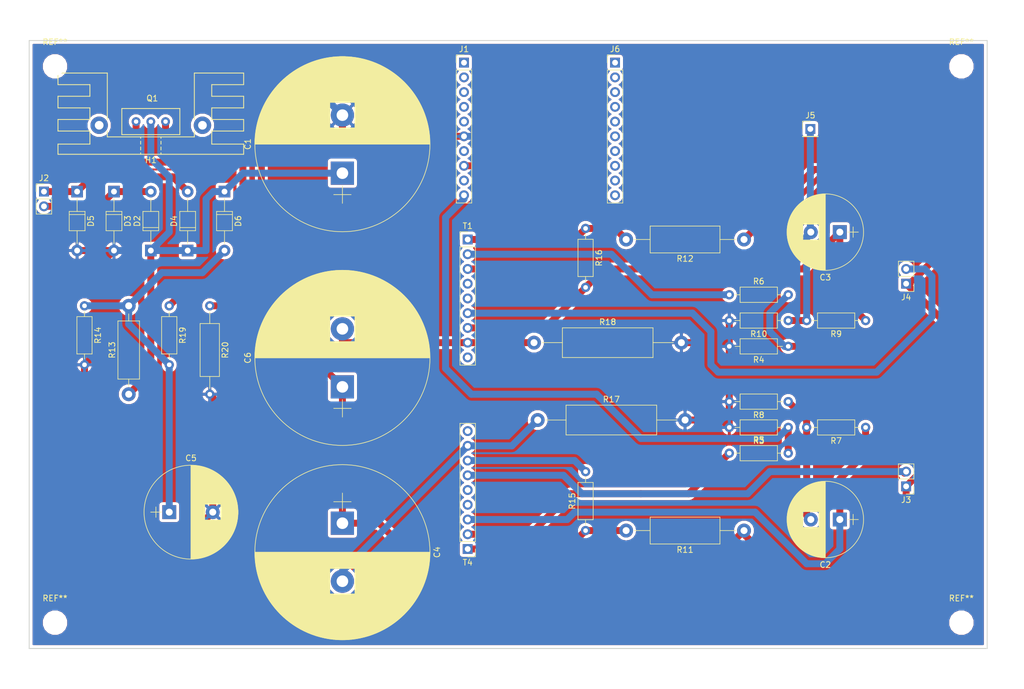
<source format=kicad_pcb>
(kicad_pcb (version 4) (host pcbnew 4.0.7)
  (layers (0 F.Cu signal) (31 B.Cu signal) (34 B.Paste user) (35 F.Paste user) (36 B.SilkS user) (37 F.SilkS user) (38 B.Mask user) (39 F.Mask user) (44 Edge.Cuts user))
  (net 0 "")
  (net 1 "Net-(C1-Pad1)")
  (net 2 GNDA)
  (net 3 "Net-(C2-Pad1)")
  (net 4 "Net-(C2-Pad2)")
  (net 5 "Net-(C3-Pad1)")
  (net 6 "Net-(C3-Pad2)")
  (net 7 VAA)
  (net 8 "Net-(C4-Pad2)")
  (net 9 "Net-(C5-Pad1)")
  (net 10 "Net-(C6-Pad2)")
  (net 11 "Net-(D2-Pad2)")
  (net 12 "Net-(D4-Pad2)")
  (net 13 "Net-(J1-Pad1)")
  (net 14 "Net-(J1-Pad2)")
  (net 15 "Net-(J1-Pad3)")
  (net 16 "Net-(J1-Pad4)")
  (net 17 "Net-(J1-Pad5)")
  (net 18 "Net-(J1-Pad7)")
  (net 19 Rin)
  (net 20 "Net-(J1-Pad9)")
  (net 21 Lin)
  (net 22 "Net-(J3-Pad2)")
  (net 23 "Net-(J4-Pad2)")
  (net 24 "Net-(R5-Pad1)")
  (net 25 "Net-(R6-Pad1)")
  (net 26 "Net-(R11-Pad2)")
  (net 27 "Net-(R12-Pad2)")
  (net 28 "Net-(R15-Pad2)")
  (net 29 "Net-(R16-Pad2)")
  (net 30 "Net-(T1-Pad4)")
  (net 31 "Net-(T1-Pad5)")
  (net 32 "Net-(T1-Pad9)")
  (net 33 "Net-(T4-Pad4)")
  (net 34 "Net-(T4-Pad5)")
  (net 35 "Net-(T4-Pad9)")
  (net 36 "Net-(Q1-Pad1)")
  (module Capacitors_THT:CP_Radial_D30.0mm_P10.00mm_SnapIn (layer F.Cu) (at 122.555 69.215 90)
    (fp_text reference C1 (at 5 -16.31 90) (layer F.SilkS))
    (fp_text value 100uF)
    (pad 1 thru_hole rect (at 0 0 90) (size 4 4) (drill 2) (layers *.Cu *.Mask) (net 1 "Net-(C1-Pad1)"))
    (pad 2 thru_hole circle (at 10 0 90) (size 4 4) (drill 2) (layers *.Cu *.Mask) (net 2 GNDA))
  )
  (module Capacitors_THT:CP_Radial_D13.0mm_P5.00mm (layer F.Cu) (at 208.28 128.905 180)
    (fp_text reference C2 (at 2.5 -7.81 180) (layer F.SilkS))
    (fp_text value 1000uF)
    (pad 1 thru_hole rect (at 0 0 180) (size 2.4 2.4) (drill 1.2) (layers *.Cu *.Mask) (net 3 "Net-(C2-Pad1)"))
    (pad 2 thru_hole circle (at 5 0 180) (size 2.4 2.4) (drill 1.2) (layers *.Cu *.Mask) (net 4 "Net-(C2-Pad2)"))
  )
  (module Capacitors_THT:CP_Radial_D13.0mm_P5.00mm (layer F.Cu) (at 208.28 79.375 180)
    (fp_text reference C3 (at 2.5 -7.81 180) (layer F.SilkS))
    (fp_text value 1000uF)
    (pad 1 thru_hole rect (at 0 0 180) (size 2.4 2.4) (drill 1.2) (layers *.Cu *.Mask) (net 5 "Net-(C3-Pad1)"))
    (pad 2 thru_hole circle (at 5 0 180) (size 2.4 2.4) (drill 1.2) (layers *.Cu *.Mask) (net 6 "Net-(C3-Pad2)"))
  )
  (module Capacitors_THT:CP_Radial_D30.0mm_P10.00mm_SnapIn (layer F.Cu) (at 122.555 129.54 270)
    (fp_text reference C4 (at 5 -16.31 270) (layer F.SilkS))
    (fp_text value 100uF)
    (pad 1 thru_hole rect (at 0 0 270) (size 4 4) (drill 2) (layers *.Cu *.Mask) (net 7 VAA))
    (pad 2 thru_hole circle (at 10 0 270) (size 4 4) (drill 2) (layers *.Cu *.Mask) (net 8 "Net-(C4-Pad2)"))
  )
  (module Capacitors_THT:CP_Radial_D16.0mm_P7.50mm (layer F.Cu) (at 92.71 127.635)
    (fp_text reference C5 (at 3.75 -9.31) (layer F.SilkS))
    (fp_text value 47uF)
    (pad 1 thru_hole rect (at 0 0) (size 2.4 2.4) (drill 1.2) (layers *.Cu *.Mask) (net 9 "Net-(C5-Pad1)"))
    (pad 2 thru_hole circle (at 7.5 0) (size 2.4 2.4) (drill 1.2) (layers *.Cu *.Mask) (net 2 GNDA))
  )
  (module Capacitors_THT:CP_Radial_D30.0mm_P10.00mm_SnapIn (layer F.Cu) (at 122.555 106.045 90)
    (fp_text reference C6 (at 5 -16.31 90) (layer F.SilkS))
    (fp_text value 100uF)
    (pad 1 thru_hole rect (at 0 0 90) (size 4 4) (drill 2) (layers *.Cu *.Mask) (net 7 VAA))
    (pad 2 thru_hole circle (at 10 0 90) (size 4 4) (drill 2) (layers *.Cu *.Mask) (net 10 "Net-(C6-Pad2)"))
  )
  (module Diodes_THT:D_T-1_P10.16mm_Horizontal (layer F.Cu) (at 89.535 82.55 90)
    (fp_text reference D2 (at 5.08 -2.36 90) (layer F.SilkS))
    (fp_text value 1N4007)
    (pad 1 thru_hole rect (at 0 0 90) (size 2 2) (drill 1) (layers *.Cu *.Mask) (net 1 "Net-(C1-Pad1)"))
    (pad 2 thru_hole oval (at 10.16 0 90) (size 2 2) (drill 1) (layers *.Cu *.Mask) (net 11 "Net-(D2-Pad2)"))
  )
  (module Diodes_THT:D_T-1_P10.16mm_Horizontal (layer F.Cu) (at 83.185 72.39 270)
    (fp_text reference D3 (at 5.08 -2.36 270) (layer F.SilkS))
    (fp_text value 1N4007)
    (pad 1 thru_hole rect (at 0 0 270) (size 2 2) (drill 1) (layers *.Cu *.Mask) (net 11 "Net-(D2-Pad2)"))
    (pad 2 thru_hole oval (at 10.16 0 270) (size 2 2) (drill 1) (layers *.Cu *.Mask) (net 2 GNDA))
  )
  (module Diodes_THT:D_T-1_P10.16mm_Horizontal (layer F.Cu) (at 95.885 82.55 90)
    (fp_text reference D4 (at 5.08 -2.36 90) (layer F.SilkS))
    (fp_text value 1N4007)
    (pad 1 thru_hole rect (at 0 0 90) (size 2 2) (drill 1) (layers *.Cu *.Mask) (net 1 "Net-(C1-Pad1)"))
    (pad 2 thru_hole oval (at 10.16 0 90) (size 2 2) (drill 1) (layers *.Cu *.Mask) (net 12 "Net-(D4-Pad2)"))
  )
  (module Diodes_THT:D_T-1_P10.16mm_Horizontal (layer F.Cu) (at 76.835 72.39 270)
    (fp_text reference D5 (at 5.08 -2.36 270) (layer F.SilkS))
    (fp_text value 1N4007)
    (pad 1 thru_hole rect (at 0 0 270) (size 2 2) (drill 1) (layers *.Cu *.Mask) (net 12 "Net-(D4-Pad2)"))
    (pad 2 thru_hole oval (at 10.16 0 270) (size 2 2) (drill 1) (layers *.Cu *.Mask) (net 2 GNDA))
  )
  (module Diodes_THT:D_T-1_P10.16mm_Horizontal (layer F.Cu) (at 102.235 72.39 270)
    (fp_text reference D6 (at 5.08 -2.36 270) (layer F.SilkS))
    (fp_text value 1N4007)
    (pad 1 thru_hole rect (at 0 0 270) (size 2 2) (drill 1) (layers *.Cu *.Mask) (net 1 "Net-(C1-Pad1)"))
    (pad 2 thru_hole oval (at 10.16 0 270) (size 2 2) (drill 1) (layers *.Cu *.Mask) (net 9 "Net-(C5-Pad1)"))
  )
  (module Pin_Headers:Pin_Header_Straight_1x10_Pitch2.54mm (layer F.Cu) (at 143.51 50.165)
    (fp_text reference J1 (at 0 -2.33) (layer F.SilkS))
    (fp_text value Conn_01x10)
    (pad 1 thru_hole rect (at 0 0) (size 1.7 1.7) (drill 1) (layers *.Cu *.Mask) (net 13 "Net-(J1-Pad1)"))
    (pad 2 thru_hole oval (at 0 2.54) (size 1.7 1.7) (drill 1) (layers *.Cu *.Mask) (net 14 "Net-(J1-Pad2)"))
    (pad 3 thru_hole oval (at 0 5.08) (size 1.7 1.7) (drill 1) (layers *.Cu *.Mask) (net 15 "Net-(J1-Pad3)"))
    (pad 4 thru_hole oval (at 0 7.62) (size 1.7 1.7) (drill 1) (layers *.Cu *.Mask) (net 16 "Net-(J1-Pad4)"))
    (pad 5 thru_hole oval (at 0 10.16) (size 1.7 1.7) (drill 1) (layers *.Cu *.Mask) (net 17 "Net-(J1-Pad5)"))
    (pad 6 thru_hole oval (at 0 12.7) (size 1.7 1.7) (drill 1) (layers *.Cu *.Mask) (net 2 GNDA))
    (pad 7 thru_hole oval (at 0 15.24) (size 1.7 1.7) (drill 1) (layers *.Cu *.Mask) (net 18 "Net-(J1-Pad7)"))
    (pad 8 thru_hole oval (at 0 17.78) (size 1.7 1.7) (drill 1) (layers *.Cu *.Mask) (net 19 Rin))
    (pad 9 thru_hole oval (at 0 20.32) (size 1.7 1.7) (drill 1) (layers *.Cu *.Mask) (net 20 "Net-(J1-Pad9)"))
    (pad 10 thru_hole oval (at 0 22.86) (size 1.7 1.7) (drill 1) (layers *.Cu *.Mask) (net 21 Lin))
  )
  (module Pin_Headers:Pin_Header_Straight_1x02_Pitch2.54mm (layer F.Cu) (at 71.12 72.39)
    (fp_text reference J2 (at 0 -2.33) (layer F.SilkS))
    (fp_text value Conn_01x02)
    (pad 1 thru_hole rect (at 0 0) (size 1.7 1.7) (drill 1) (layers *.Cu *.Mask) (net 12 "Net-(D4-Pad2)"))
    (pad 2 thru_hole oval (at 0 2.54) (size 1.7 1.7) (drill 1) (layers *.Cu *.Mask) (net 11 "Net-(D2-Pad2)"))
  )
  (module Pin_Headers:Pin_Header_Straight_1x02_Pitch2.54mm (layer F.Cu) (at 219.71 123.19 180)
    (fp_text reference J3 (at 0 -2.33 180) (layer F.SilkS))
    (fp_text value Conn_01x02)
    (pad 1 thru_hole rect (at 0 0 180) (size 1.7 1.7) (drill 1) (layers *.Cu *.Mask) (net 7 VAA))
    (pad 2 thru_hole oval (at 0 2.54 180) (size 1.7 1.7) (drill 1) (layers *.Cu *.Mask) (net 22 "Net-(J3-Pad2)"))
  )
  (module Pin_Headers:Pin_Header_Straight_1x02_Pitch2.54mm (layer F.Cu) (at 219.71 88.265 180)
    (fp_text reference J4 (at 0 -2.33 180) (layer F.SilkS))
    (fp_text value Conn_01x02)
    (pad 1 thru_hole rect (at 0 0 180) (size 1.7 1.7) (drill 1) (layers *.Cu *.Mask) (net 7 VAA))
    (pad 2 thru_hole oval (at 0 2.54 180) (size 1.7 1.7) (drill 1) (layers *.Cu *.Mask) (net 23 "Net-(J4-Pad2)"))
  )
  (module library:TK3A60DA (layer F.Cu) (at 89.535 60.325)
    (fp_text reference Q1 (at 0.25 -4) (layer F.SilkS))
    (fp_text value Q_NMOS_GDS)
    (pad 1 thru_hole circle (at -2.54 0) (size 1.524 1.524) (drill 0.762) (layers *.Cu *.Mask) (net 36 "Net-(Q1-Pad1)"))
    (pad 2 thru_hole circle (at 0 0) (size 1.524 1.524) (drill 0.762) (layers *.Cu *.Mask) (net 1 "Net-(C1-Pad1)"))
    (pad 3 thru_hole circle (at 2.54 0) (size 1.524 1.524) (drill 0.762) (layers *.Cu *.Mask) (net 7 VAA))
  )
  (module Resistors_THT:R_Axial_DIN0207_L6.3mm_D2.5mm_P10.16mm_Horizontal (layer F.Cu) (at 199.39 113.03 180)
    (fp_text reference R3 (at 5.08 -2.31 180) (layer F.SilkS))
    (fp_text value 470k)
    (pad 1 thru_hole circle (at 0 0 180) (size 1.6 1.6) (drill 0.8) (layers *.Cu *.Mask) (net 21 Lin))
    (pad 2 thru_hole oval (at 10.16 0 180) (size 1.6 1.6) (drill 0.8) (layers *.Cu *.Mask) (net 2 GNDA))
  )
  (module Resistors_THT:R_Axial_DIN0207_L6.3mm_D2.5mm_P10.16mm_Horizontal (layer F.Cu) (at 199.39 99.06 180)
    (fp_text reference R4 (at 5.08 -2.31 180) (layer F.SilkS))
    (fp_text value 470k)
    (pad 1 thru_hole circle (at 0 0 180) (size 1.6 1.6) (drill 0.8) (layers *.Cu *.Mask) (net 19 Rin))
    (pad 2 thru_hole oval (at 10.16 0 180) (size 1.6 1.6) (drill 0.8) (layers *.Cu *.Mask) (net 2 GNDA))
  )
  (module Resistors_THT:R_Axial_DIN0207_L6.3mm_D2.5mm_P10.16mm_Horizontal (layer F.Cu) (at 189.23 117.475)
    (fp_text reference R5 (at 5.08 -2.31) (layer F.SilkS))
    (fp_text value 3.3k)
    (pad 1 thru_hole circle (at 0 0) (size 1.6 1.6) (drill 0.8) (layers *.Cu *.Mask) (net 24 "Net-(R5-Pad1)"))
    (pad 2 thru_hole oval (at 10.16 0) (size 1.6 1.6) (drill 0.8) (layers *.Cu *.Mask) (net 21 Lin))
  )
  (module Resistors_THT:R_Axial_DIN0207_L6.3mm_D2.5mm_P10.16mm_Horizontal (layer F.Cu) (at 189.23 90.17)
    (fp_text reference R6 (at 5.08 -2.31) (layer F.SilkS))
    (fp_text value 3.3k)
    (pad 1 thru_hole circle (at 0 0) (size 1.6 1.6) (drill 0.8) (layers *.Cu *.Mask) (net 25 "Net-(R6-Pad1)"))
    (pad 2 thru_hole oval (at 10.16 0) (size 1.6 1.6) (drill 0.8) (layers *.Cu *.Mask) (net 19 Rin))
  )
  (module Resistors_THT:R_Axial_DIN0207_L6.3mm_D2.5mm_P10.16mm_Horizontal (layer F.Cu) (at 212.725 113.03 180)
    (fp_text reference R7 (at 5.08 -2.31 180) (layer F.SilkS))
    (fp_text value 620)
    (pad 1 thru_hole circle (at 0 0 180) (size 1.6 1.6) (drill 0.8) (layers *.Cu *.Mask) (net 3 "Net-(C2-Pad1)"))
    (pad 2 thru_hole oval (at 10.16 0 180) (size 1.6 1.6) (drill 0.8) (layers *.Cu *.Mask) (net 4 "Net-(C2-Pad2)"))
  )
  (module Resistors_THT:R_Axial_DIN0207_L6.3mm_D2.5mm_P10.16mm_Horizontal (layer F.Cu) (at 199.39 108.585 180)
    (fp_text reference R8 (at 5.08 -2.31 180) (layer F.SilkS))
    (fp_text value 51)
    (pad 1 thru_hole circle (at 0 0 180) (size 1.6 1.6) (drill 0.8) (layers *.Cu *.Mask) (net 4 "Net-(C2-Pad2)"))
    (pad 2 thru_hole oval (at 10.16 0 180) (size 1.6 1.6) (drill 0.8) (layers *.Cu *.Mask) (net 2 GNDA))
  )
  (module Resistors_THT:R_Axial_DIN0207_L6.3mm_D2.5mm_P10.16mm_Horizontal (layer F.Cu) (at 212.725 94.615 180)
    (fp_text reference R9 (at 5.08 -2.31 180) (layer F.SilkS))
    (fp_text value 620)
    (pad 1 thru_hole circle (at 0 0 180) (size 1.6 1.6) (drill 0.8) (layers *.Cu *.Mask) (net 5 "Net-(C3-Pad1)"))
    (pad 2 thru_hole oval (at 10.16 0 180) (size 1.6 1.6) (drill 0.8) (layers *.Cu *.Mask) (net 6 "Net-(C3-Pad2)"))
  )
  (module Resistors_THT:R_Axial_DIN0207_L6.3mm_D2.5mm_P10.16mm_Horizontal (layer F.Cu) (at 199.39 94.615 180)
    (fp_text reference R10 (at 5.08 -2.31 180) (layer F.SilkS))
    (fp_text value 51)
    (pad 1 thru_hole circle (at 0 0 180) (size 1.6 1.6) (drill 0.8) (layers *.Cu *.Mask) (net 6 "Net-(C3-Pad2)"))
    (pad 2 thru_hole oval (at 10.16 0 180) (size 1.6 1.6) (drill 0.8) (layers *.Cu *.Mask) (net 2 GNDA))
  )
  (module Resistors_THT:R_Axial_DIN0414_L11.9mm_D4.5mm_P20.32mm_Horizontal (layer F.Cu) (at 191.77 130.81 180)
    (fp_text reference R11 (at 10.16 -3.31 180) (layer F.SilkS))
    (fp_text value 100k)
    (pad 1 thru_hole circle (at 0 0 180) (size 2.4 2.4) (drill 1.2) (layers *.Cu *.Mask) (net 7 VAA))
    (pad 2 thru_hole oval (at 20.32 0 180) (size 2.4 2.4) (drill 1.2) (layers *.Cu *.Mask) (net 26 "Net-(R11-Pad2)"))
  )
  (module Resistors_THT:R_Axial_DIN0414_L11.9mm_D4.5mm_P20.32mm_Horizontal (layer F.Cu) (at 191.77 80.645 180)
    (fp_text reference R12 (at 10.16 -3.31 180) (layer F.SilkS))
    (fp_text value 100k)
    (pad 1 thru_hole circle (at 0 0 180) (size 2.4 2.4) (drill 1.2) (layers *.Cu *.Mask) (net 7 VAA))
    (pad 2 thru_hole oval (at 20.32 0 180) (size 2.4 2.4) (drill 1.2) (layers *.Cu *.Mask) (net 27 "Net-(R12-Pad2)"))
  )
  (module Resistors_THT:R_Axial_DIN0411_L9.9mm_D3.6mm_P15.24mm_Horizontal (layer F.Cu) (at 85.725 107.315 90)
    (fp_text reference R13 (at 7.62 -2.86 90) (layer F.SilkS))
    (fp_text value 82k)
    (pad 1 thru_hole circle (at 0 0 90) (size 2.4 2.4) (drill 1.2) (layers *.Cu *.Mask) (net 1 "Net-(C1-Pad1)"))
    (pad 2 thru_hole oval (at 15.24 0 90) (size 2.4 2.4) (drill 1.2) (layers *.Cu *.Mask) (net 9 "Net-(C5-Pad1)"))
  )
  (module Resistors_THT:R_Axial_DIN0207_L6.3mm_D2.5mm_P10.16mm_Horizontal (layer F.Cu) (at 78.105 92.075 270)
    (fp_text reference R14 (at 5.08 -2.31 270) (layer F.SilkS))
    (fp_text value 1.5M)
    (pad 1 thru_hole circle (at 0 0 270) (size 1.6 1.6) (drill 0.8) (layers *.Cu *.Mask) (net 9 "Net-(C5-Pad1)"))
    (pad 2 thru_hole oval (at 10.16 0 270) (size 1.6 1.6) (drill 0.8) (layers *.Cu *.Mask) (net 2 GNDA))
  )
  (module Resistors_THT:R_Axial_DIN0207_L6.3mm_D2.5mm_P10.16mm_Horizontal (layer F.Cu) (at 164.465 130.81 90)
    (fp_text reference R15 (at 5.08 -2.31 90) (layer F.SilkS))
    (fp_text value 3.3k)
    (pad 1 thru_hole circle (at 0 0 90) (size 1.6 1.6) (drill 0.8) (layers *.Cu *.Mask) (net 26 "Net-(R11-Pad2)"))
    (pad 2 thru_hole oval (at 10.16 0 90) (size 1.6 1.6) (drill 0.8) (layers *.Cu *.Mask) (net 28 "Net-(R15-Pad2)"))
  )
  (module Resistors_THT:R_Axial_DIN0207_L6.3mm_D2.5mm_P10.16mm_Horizontal (layer F.Cu) (at 164.465 78.74 270)
    (fp_text reference R16 (at 5.08 -2.31 270) (layer F.SilkS))
    (fp_text value 3.3k)
    (pad 1 thru_hole circle (at 0 0 270) (size 1.6 1.6) (drill 0.8) (layers *.Cu *.Mask) (net 27 "Net-(R12-Pad2)"))
    (pad 2 thru_hole oval (at 10.16 0 270) (size 1.6 1.6) (drill 0.8) (layers *.Cu *.Mask) (net 29 "Net-(R16-Pad2)"))
  )
  (module Resistors_THT:R_Axial_DIN0516_L15.5mm_D5.0mm_P25.40mm_Horizontal (layer F.Cu) (at 156.21 111.76)
    (fp_text reference R17 (at 12.7 -3.56) (layer F.SilkS))
    (fp_text value 5.6k)
    (pad 1 thru_hole circle (at 0 0) (size 2.4 2.4) (drill 1.2) (layers *.Cu *.Mask) (net 8 "Net-(C4-Pad2)"))
    (pad 2 thru_hole oval (at 25.4 0) (size 2.4 2.4) (drill 1.2) (layers *.Cu *.Mask) (net 2 GNDA))
  )
  (module Resistors_THT:R_Axial_DIN0516_L15.5mm_D5.0mm_P25.40mm_Horizontal (layer F.Cu) (at 155.575 98.425)
    (fp_text reference R18 (at 12.7 -3.56) (layer F.SilkS))
    (fp_text value 5.6k)
    (pad 1 thru_hole circle (at 0 0) (size 2.4 2.4) (drill 1.2) (layers *.Cu *.Mask) (net 10 "Net-(C6-Pad2)"))
    (pad 2 thru_hole oval (at 25.4 0) (size 2.4 2.4) (drill 1.2) (layers *.Cu *.Mask) (net 2 GNDA))
  )
  (module Resistors_THT:R_Axial_DIN0207_L6.3mm_D2.5mm_P10.16mm_Horizontal (layer F.Cu) (at 92.71 92.075 270)
    (fp_text reference R19 (at 5.08 -2.31 270) (layer F.SilkS))
    (fp_text value 4.7k)
    (pad 1 thru_hole circle (at 0 0 270) (size 1.6 1.6) (drill 0.8) (layers *.Cu *.Mask) (net 36 "Net-(Q1-Pad1)"))
    (pad 2 thru_hole oval (at 10.16 0 270) (size 1.6 1.6) (drill 0.8) (layers *.Cu *.Mask) (net 9 "Net-(C5-Pad1)"))
  )
  (module Resistors_THT:R_Axial_DIN0309_L9.0mm_D3.2mm_P15.24mm_Horizontal (layer F.Cu) (at 99.695 92.075 270)
    (fp_text reference R20 (at 7.62 -2.66 270) (layer F.SilkS))
    (fp_text value 680k)
    (pad 1 thru_hole circle (at 0 0 270) (size 1.6 1.6) (drill 0.8) (layers *.Cu *.Mask) (net 7 VAA))
    (pad 2 thru_hole oval (at 15.24 0 270) (size 1.6 1.6) (drill 0.8) (layers *.Cu *.Mask) (net 2 GNDA))
  )
  (module Pin_Headers:Pin_Header_Straight_1x09_Pitch2.54mm (layer F.Cu) (at 144.145 80.645)
    (fp_text reference T1 (at 0 -2.33) (layer F.SilkS))
    (fp_text value 12AU7)
    (pad 1 thru_hole rect (at 0 0) (size 1.7 1.7) (drill 1) (layers *.Cu *.Mask) (net 27 "Net-(R12-Pad2)"))
    (pad 2 thru_hole oval (at 0 2.54) (size 1.7 1.7) (drill 1) (layers *.Cu *.Mask) (net 25 "Net-(R6-Pad1)"))
    (pad 3 thru_hole oval (at 0 5.08) (size 1.7 1.7) (drill 1) (layers *.Cu *.Mask) (net 5 "Net-(C3-Pad1)"))
    (pad 4 thru_hole oval (at 0 7.62) (size 1.7 1.7) (drill 1) (layers *.Cu *.Mask) (net 30 "Net-(T1-Pad4)"))
    (pad 5 thru_hole oval (at 0 10.16) (size 1.7 1.7) (drill 1) (layers *.Cu *.Mask) (net 31 "Net-(T1-Pad5)"))
    (pad 6 thru_hole oval (at 0 12.7) (size 1.7 1.7) (drill 1) (layers *.Cu *.Mask) (net 23 "Net-(J4-Pad2)"))
    (pad 7 thru_hole oval (at 0 15.24) (size 1.7 1.7) (drill 1) (layers *.Cu *.Mask) (net 29 "Net-(R16-Pad2)"))
    (pad 8 thru_hole oval (at 0 17.78) (size 1.7 1.7) (drill 1) (layers *.Cu *.Mask) (net 10 "Net-(C6-Pad2)"))
    (pad 9 thru_hole oval (at 0 20.32) (size 1.7 1.7) (drill 1) (layers *.Cu *.Mask) (net 32 "Net-(T1-Pad9)"))
  )
  (module Pin_Headers:Pin_Header_Straight_1x09_Pitch2.54mm (layer F.Cu) (at 144.145 133.985 180)
    (fp_text reference T4 (at 0 -2.33 180) (layer F.SilkS))
    (fp_text value 12AU7)
    (pad 1 thru_hole rect (at 0 0 180) (size 1.7 1.7) (drill 1) (layers *.Cu *.Mask) (net 26 "Net-(R11-Pad2)"))
    (pad 2 thru_hole oval (at 0 2.54 180) (size 1.7 1.7) (drill 1) (layers *.Cu *.Mask) (net 24 "Net-(R5-Pad1)"))
    (pad 3 thru_hole oval (at 0 5.08 180) (size 1.7 1.7) (drill 1) (layers *.Cu *.Mask) (net 3 "Net-(C2-Pad1)"))
    (pad 4 thru_hole oval (at 0 7.62 180) (size 1.7 1.7) (drill 1) (layers *.Cu *.Mask) (net 33 "Net-(T4-Pad4)"))
    (pad 5 thru_hole oval (at 0 10.16 180) (size 1.7 1.7) (drill 1) (layers *.Cu *.Mask) (net 34 "Net-(T4-Pad5)"))
    (pad 6 thru_hole oval (at 0 12.7 180) (size 1.7 1.7) (drill 1) (layers *.Cu *.Mask) (net 22 "Net-(J3-Pad2)"))
    (pad 7 thru_hole oval (at 0 15.24 180) (size 1.7 1.7) (drill 1) (layers *.Cu *.Mask) (net 28 "Net-(R15-Pad2)"))
    (pad 8 thru_hole oval (at 0 17.78 180) (size 1.7 1.7) (drill 1) (layers *.Cu *.Mask) (net 8 "Net-(C4-Pad2)"))
    (pad 9 thru_hole oval (at 0 20.32 180) (size 1.7 1.7) (drill 1) (layers *.Cu *.Mask) (net 35 "Net-(T4-Pad9)"))
  )
  (module Heatsinks:Heatsink_Stonecold_HS-132_32x14mm_2xFixation1.5mm (layer F.Cu) (at 89.535 60.96 180)
    (fp_text reference H1 (at 0 -6 180) (layer F.SilkS))
    (fp_text value Heatsink_Stonecold_HS-132_32x14mm_2xFixation1.5mm)
    (pad 1 thru_hole circle (at -8.9 0 180) (size 3 3) (drill 1.5) (layers *.Cu *.Mask))
    (pad 1 thru_hole circle (at 8.9 0 180) (size 3 3) (drill 1.5) (layers *.Cu *.Mask))
  )
  (module Pin_Headers:Pin_Header_Straight_1x01_Pitch2.54mm (layer F.Cu) (at 203.2 61.595)
    (fp_text reference J5 (at 0 -2.33) (layer F.SilkS))
    (fp_text value Conn_01x01)
    (pad 1 thru_hole rect (at 0 0) (size 1.7 1.7) (drill 1) (layers *.Cu *.Mask) (net 6 "Net-(C3-Pad2)"))
  )
  (module Pin_Headers:Pin_Header_Straight_1x10_Pitch2.54mm (layer F.Cu) (at 169.545 50.165)
    (fp_text reference J6 (at 0 -2.33) (layer F.SilkS))
    (fp_text value Pin_Header_Straight_1x10_Pitch2.54mm)
    (pad 1 thru_hole rect (at 0 0) (size 1.7 1.7) (drill 1) (layers *.Cu *.Mask))
    (pad 2 thru_hole oval (at 0 2.54) (size 1.7 1.7) (drill 1) (layers *.Cu *.Mask))
    (pad 3 thru_hole oval (at 0 5.08) (size 1.7 1.7) (drill 1) (layers *.Cu *.Mask))
    (pad 4 thru_hole oval (at 0 7.62) (size 1.7 1.7) (drill 1) (layers *.Cu *.Mask))
    (pad 5 thru_hole oval (at 0 10.16) (size 1.7 1.7) (drill 1) (layers *.Cu *.Mask))
    (pad 6 thru_hole oval (at 0 12.7) (size 1.7 1.7) (drill 1) (layers *.Cu *.Mask))
    (pad 7 thru_hole oval (at 0 15.24) (size 1.7 1.7) (drill 1) (layers *.Cu *.Mask))
    (pad 8 thru_hole oval (at 0 17.78) (size 1.7 1.7) (drill 1) (layers *.Cu *.Mask))
    (pad 9 thru_hole oval (at 0 20.32) (size 1.7 1.7) (drill 1) (layers *.Cu *.Mask))
    (pad 10 thru_hole oval (at 0 22.86) (size 1.7 1.7) (drill 1) (layers *.Cu *.Mask))
  )
  (module Mounting_Holes:MountingHole_3.2mm_M3 (layer F.Cu) (at 73.025 50.8)
    (fp_text reference REF** (at 0 -4.2) (layer F.SilkS))
    (fp_text value MountingHole_3.2mm_M3)
    (pad 1 np_thru_hole circle (at 0 0) (size 3.2 3.2) (drill 3.2) (layers *.Cu *.Mask))
  )
  (module Mounting_Holes:MountingHole_3.2mm_M3 (layer F.Cu) (at 73.025 146.685)
    (fp_text reference REF** (at 0 -4.2) (layer F.SilkS))
    (fp_text value MountingHole_3.2mm_M3)
    (pad 1 np_thru_hole circle (at 0 0) (size 3.2 3.2) (drill 3.2) (layers *.Cu *.Mask))
  )
  (module Mounting_Holes:MountingHole_3.2mm_M3 (layer F.Cu) (at 229.235 50.8)
    (fp_text reference REF** (at 0 -4.2) (layer F.SilkS))
    (fp_text value MountingHole_3.2mm_M3)
    (pad 1 np_thru_hole circle (at 0 0) (size 3.2 3.2) (drill 3.2) (layers *.Cu *.Mask))
  )
  (module Mounting_Holes:MountingHole_3.2mm_M3 (layer F.Cu) (at 229.235 146.685)
    (fp_text reference REF** (at 0 -4.2) (layer F.SilkS))
    (fp_text value MountingHole_3.2mm_M3)
    (pad 1 np_thru_hole circle (at 0 0) (size 3.2 3.2) (drill 3.2) (layers *.Cu *.Mask))
  )
  (gr_line (start 233.68 46.355) (end 233.68 151.13) (angle 90) (layer Edge.Cuts) (width 0.15))
  (gr_line (start 68.58 46.355) (end 233.68 46.355) (angle 90) (layer Edge.Cuts) (width 0.15))
  (gr_line (start 68.58 151.13) (end 68.58 46.355) (angle 90) (layer Edge.Cuts) (width 0.15))
  (gr_line (start 68.58 151.13) (end 233.68 151.13) (angle 90) (layer Edge.Cuts) (width 0.15))
  (gr_line (start 68.58 151.13) (end 233.68 151.13) (angle 90) (layer Edge.Cuts) (width 0.15))
  (gr_line (start 233.68 151.13) (end 68.58 151.13) (angle 90) (layer Edge.Cuts) (width 0.15))
  (segment (start 89.535 82.55) (end 89.535 103.505) (width 1.2) (layer F.Cu) (net 1))
  (segment (start 89.535 103.505) (end 85.725 107.315) (width 1.2) (layer F.Cu) (net 1))
  (segment (start 89.535 60.325) (end 89.535 66.675) (width 1.2) (layer B.Cu) (net 1))
  (segment (start 92.71 79.375) (end 89.535 82.55) (width 1.2) (layer B.Cu) (net 1))
  (segment (start 92.71 69.85) (end 92.71 79.375) (width 1.2) (layer B.Cu) (net 1))
  (segment (start 89.535 66.675) (end 92.71 69.85) (width 1.2) (layer B.Cu) (net 1))
  (segment (start 89.535 82.55) (end 95.885 82.55) (width 1.2) (layer B.Cu) (net 1))
  (segment (start 95.885 82.55) (end 99.06 82.55) (width 1.2) (layer B.Cu) (net 1))
  (segment (start 99.06 82.55) (end 99.06 73.66) (width 1.2) (layer B.Cu) (net 1))
  (segment (start 99.06 73.66) (end 100.33 72.39) (width 1.2) (layer B.Cu) (net 1))
  (segment (start 100.33 72.39) (end 102.235 72.39) (width 1.2) (layer B.Cu) (net 1))
  (segment (start 102.235 72.39) (end 105.41 69.215) (width 1.2) (layer B.Cu) (net 1))
  (segment (start 105.41 69.215) (end 122.555 69.215) (width 1.2) (layer B.Cu) (net 1))
  (segment (start 78.105 102.235) (end 78.105 120.65) (width 1.2) (layer F.Cu) (net 2))
  (segment (start 93.225 134.62) (end 100.21 127.635) (width 1.2) (layer F.Cu) (net 2))
  (segment (start 92.075 134.62) (end 93.225 134.62) (width 1.2) (layer F.Cu) (net 2))
  (segment (start 78.105 120.65) (end 92.075 134.62) (width 1.2) (layer F.Cu) (net 2))
  (segment (start 100.21 127.635) (end 100.21 107.83) (width 1.2) (layer F.Cu) (net 2))
  (segment (start 100.21 107.83) (end 99.695 107.315) (width 1.2) (layer F.Cu) (net 2))
  (segment (start 143.51 62.865) (end 153.035 62.865) (width 1.2) (layer B.Cu) (net 2))
  (segment (start 191.135 100.965) (end 189.23 99.06) (width 1.2) (layer B.Cu) (net 2))
  (segment (start 213.36 100.965) (end 191.135 100.965) (width 1.2) (layer B.Cu) (net 2))
  (segment (start 215.9 98.425) (end 213.36 100.965) (width 1.2) (layer B.Cu) (net 2))
  (segment (start 215.9 66.675) (end 215.9 98.425) (width 1.2) (layer B.Cu) (net 2))
  (segment (start 207.01 57.785) (end 215.9 66.675) (width 1.2) (layer B.Cu) (net 2))
  (segment (start 195.58 57.785) (end 207.01 57.785) (width 1.2) (layer B.Cu) (net 2))
  (segment (start 177.165 76.2) (end 195.58 57.785) (width 1.2) (layer B.Cu) (net 2))
  (segment (start 166.37 76.2) (end 177.165 76.2) (width 1.2) (layer B.Cu) (net 2))
  (segment (start 153.035 62.865) (end 166.37 76.2) (width 1.2) (layer B.Cu) (net 2))
  (segment (start 180.975 98.425) (end 188.595 98.425) (width 1.2) (layer F.Cu) (net 2))
  (segment (start 188.595 98.425) (end 189.23 99.06) (width 1.2) (layer F.Cu) (net 2))
  (segment (start 189.23 113.03) (end 189.23 108.585) (width 1.2) (layer F.Cu) (net 2))
  (segment (start 189.23 108.585) (end 189.23 99.06) (width 1.2) (layer F.Cu) (net 2))
  (segment (start 189.23 99.06) (end 189.23 94.615) (width 1.2) (layer F.Cu) (net 2))
  (segment (start 181.61 111.76) (end 187.96 111.76) (width 1.2) (layer F.Cu) (net 2))
  (segment (start 187.96 111.76) (end 189.23 113.03) (width 1.2) (layer F.Cu) (net 2))
  (segment (start 122.555 59.215) (end 122.555 63.5) (width 1.2) (layer F.Cu) (net 2))
  (segment (start 123.19 62.865) (end 143.51 62.865) (width 1.2) (layer F.Cu) (net 2))
  (segment (start 122.555 63.5) (end 123.19 62.865) (width 1.2) (layer F.Cu) (net 2))
  (segment (start 83.185 82.55) (end 85.09 82.55) (width 1.2) (layer B.Cu) (net 2))
  (segment (start 119.855 56.515) (end 122.555 59.215) (width 1.2) (layer B.Cu) (net 2))
  (segment (start 84.455 56.515) (end 119.855 56.515) (width 1.2) (layer B.Cu) (net 2))
  (segment (start 83.82 57.15) (end 84.455 56.515) (width 1.2) (layer B.Cu) (net 2))
  (segment (start 83.82 60.325) (end 83.82 57.15) (width 1.2) (layer B.Cu) (net 2))
  (segment (start 86.995 63.5) (end 83.82 60.325) (width 1.2) (layer B.Cu) (net 2))
  (segment (start 86.995 80.645) (end 86.995 63.5) (width 1.2) (layer B.Cu) (net 2))
  (segment (start 85.09 82.55) (end 86.995 80.645) (width 1.2) (layer B.Cu) (net 2))
  (segment (start 100.21 107.83) (end 99.695 107.315) (width 1.2) (layer F.Cu) (net 2))
  (segment (start 76.835 82.55) (end 83.185 82.55) (width 1.2) (layer F.Cu) (net 2))
  (segment (start 83.185 82.55) (end 81.915 83.82) (width 1.2) (layer F.Cu) (net 2))
  (segment (start 81.915 83.82) (end 81.915 98.425) (width 1.2) (layer F.Cu) (net 2))
  (segment (start 81.915 98.425) (end 78.105 102.235) (width 1.2) (layer F.Cu) (net 2))
  (segment (start 208.28 128.905) (end 208.28 121.92) (width 1.2) (layer F.Cu) (net 3))
  (segment (start 212.725 117.475) (end 212.725 113.03) (width 1.2) (layer F.Cu) (net 3))
  (segment (start 208.28 121.92) (end 212.725 117.475) (width 1.2) (layer F.Cu) (net 3))
  (segment (start 144.145 128.905) (end 161.29 128.905) (width 1.2) (layer B.Cu) (net 3))
  (segment (start 208.28 133.985) (end 208.28 128.905) (width 1.2) (layer B.Cu) (net 3))
  (segment (start 205.74 136.525) (end 208.28 133.985) (width 1.2) (layer B.Cu) (net 3))
  (segment (start 202.565 136.525) (end 205.74 136.525) (width 1.2) (layer B.Cu) (net 3))
  (segment (start 193.675 127.635) (end 202.565 136.525) (width 1.2) (layer B.Cu) (net 3))
  (segment (start 162.56 127.635) (end 193.675 127.635) (width 1.2) (layer B.Cu) (net 3))
  (segment (start 161.29 128.905) (end 162.56 127.635) (width 1.2) (layer B.Cu) (net 3))
  (segment (start 202.565 113.03) (end 202.565 111.76) (width 1.2) (layer F.Cu) (net 4))
  (segment (start 202.565 111.76) (end 199.39 108.585) (width 1.2) (layer F.Cu) (net 4))
  (segment (start 202.565 113.03) (end 202.565 128.19) (width 1.2) (layer F.Cu) (net 4))
  (segment (start 202.565 128.19) (end 203.28 128.905) (width 1.2) (layer F.Cu) (net 4))
  (segment (start 203.28 128.905) (end 203.835 128.905) (width 1.2) (layer F.Cu) (net 4))
  (segment (start 144.145 85.725) (end 201.93 85.725) (width 1.2) (layer F.Cu) (net 5))
  (segment (start 201.93 85.725) (end 208.28 79.375) (width 1.2) (layer F.Cu) (net 5))
  (segment (start 208.28 79.375) (end 208.28 90.17) (width 1.2) (layer F.Cu) (net 5))
  (segment (start 208.28 90.17) (end 212.725 94.615) (width 1.2) (layer F.Cu) (net 5))
  (segment (start 202.565 94.615) (end 202.565 80.09) (width 1.2) (layer B.Cu) (net 6))
  (segment (start 202.565 80.09) (end 203.2 79.455) (width 1.2) (layer B.Cu) (net 6))
  (segment (start 203.2 79.455) (end 203.2 61.595) (width 1.2) (layer B.Cu) (net 6))
  (segment (start 199.39 94.615) (end 202.565 94.615) (width 1.2) (layer F.Cu) (net 6))
  (segment (start 122.555 129.54) (end 128.905 129.54) (width 1.2) (layer F.Cu) (net 7))
  (segment (start 180.34 142.24) (end 191.77 130.81) (width 1.2) (layer F.Cu) (net 7))
  (segment (start 141.605 142.24) (end 180.34 142.24) (width 1.2) (layer F.Cu) (net 7))
  (segment (start 128.905 129.54) (end 141.605 142.24) (width 1.2) (layer F.Cu) (net 7))
  (segment (start 191.77 130.81) (end 191.77 131.445) (width 1.2) (layer F.Cu) (net 7))
  (segment (start 191.77 131.445) (end 201.93 141.605) (width 1.2) (layer F.Cu) (net 7))
  (segment (start 201.93 141.605) (end 213.36 141.605) (width 1.2) (layer F.Cu) (net 7))
  (segment (start 213.36 141.605) (end 219.71 135.255) (width 1.2) (layer F.Cu) (net 7))
  (segment (start 219.71 135.255) (end 219.71 123.19) (width 1.2) (layer F.Cu) (net 7))
  (segment (start 219.71 123.19) (end 226.695 116.205) (width 1.2) (layer F.Cu) (net 7))
  (segment (start 226.695 116.205) (end 226.695 95.25) (width 1.2) (layer F.Cu) (net 7))
  (segment (start 226.695 95.25) (end 219.71 88.265) (width 1.2) (layer F.Cu) (net 7))
  (segment (start 219.71 88.265) (end 220.345 88.265) (width 1.2) (layer F.Cu) (net 7))
  (segment (start 220.345 88.265) (end 226.695 81.915) (width 1.2) (layer F.Cu) (net 7))
  (segment (start 226.695 81.915) (end 226.695 74.93) (width 1.2) (layer F.Cu) (net 7))
  (segment (start 226.695 74.93) (end 220.345 68.58) (width 1.2) (layer F.Cu) (net 7))
  (segment (start 220.345 68.58) (end 203.835 68.58) (width 1.2) (layer F.Cu) (net 7))
  (segment (start 203.835 68.58) (end 191.77 80.645) (width 1.2) (layer F.Cu) (net 7))
  (segment (start 92.075 60.325) (end 92.075 62.23) (width 1.2) (layer F.Cu) (net 7))
  (segment (start 108.585 64.135) (end 108.585 92.075) (width 1.2) (layer F.Cu) (net 7))
  (segment (start 93.98 64.135) (end 108.585 64.135) (width 1.2) (layer F.Cu) (net 7))
  (segment (start 92.075 62.23) (end 93.98 64.135) (width 1.2) (layer F.Cu) (net 7))
  (segment (start 99.695 92.075) (end 108.585 92.075) (width 1.2) (layer F.Cu) (net 7))
  (segment (start 108.585 92.075) (end 122.555 106.045) (width 1.2) (layer F.Cu) (net 7))
  (segment (start 122.555 106.045) (end 122.555 129.54) (width 1.2) (layer F.Cu) (net 7))
  (segment (start 122.555 139.54) (end 122.555 137.795) (width 1.2) (layer B.Cu) (net 8))
  (segment (start 122.555 137.795) (end 144.145 116.205) (width 1.2) (layer B.Cu) (net 8))
  (segment (start 144.145 116.205) (end 151.765 116.205) (width 1.2) (layer B.Cu) (net 8))
  (segment (start 151.765 116.205) (end 156.21 111.76) (width 1.2) (layer B.Cu) (net 8))
  (segment (start 85.725 92.075) (end 85.725 95.25) (width 1.2) (layer B.Cu) (net 9))
  (segment (start 85.725 95.25) (end 92.71 102.235) (width 1.2) (layer B.Cu) (net 9))
  (segment (start 92.71 102.235) (end 92.71 127.635) (width 1.2) (layer B.Cu) (net 9))
  (segment (start 78.105 92.075) (end 85.725 92.075) (width 1.2) (layer B.Cu) (net 9))
  (segment (start 85.725 92.075) (end 91.44 86.36) (width 1.2) (layer B.Cu) (net 9))
  (segment (start 91.44 86.36) (end 98.425 86.36) (width 1.2) (layer B.Cu) (net 9))
  (segment (start 98.425 86.36) (end 102.235 82.55) (width 1.2) (layer B.Cu) (net 9))
  (segment (start 122.555 96.045) (end 122.555 98.425) (width 1.2) (layer F.Cu) (net 10))
  (segment (start 122.555 98.425) (end 144.145 98.425) (width 1.2) (layer F.Cu) (net 10))
  (segment (start 144.145 98.425) (end 155.575 98.425) (width 1.2) (layer F.Cu) (net 10))
  (segment (start 71.12 74.93) (end 80.645 74.93) (width 1.2) (layer F.Cu) (net 11))
  (segment (start 80.645 74.93) (end 83.185 72.39) (width 1.2) (layer F.Cu) (net 11))
  (segment (start 83.185 72.39) (end 89.535 72.39) (width 1.2) (layer F.Cu) (net 11))
  (segment (start 71.12 72.39) (end 76.835 72.39) (width 1.2) (layer F.Cu) (net 12))
  (segment (start 76.835 72.39) (end 79.375 69.85) (width 1.2) (layer F.Cu) (net 12))
  (segment (start 79.375 69.85) (end 93.345 69.85) (width 1.2) (layer F.Cu) (net 12))
  (segment (start 93.345 69.85) (end 95.885 72.39) (width 1.2) (layer F.Cu) (net 12))
  (segment (start 143.51 67.945) (end 157.48 67.945) (width 1.2) (layer F.Cu) (net 19))
  (segment (start 214.63 99.06) (end 199.39 99.06) (width 1.2) (layer F.Cu) (net 19))
  (segment (start 215.9 97.79) (end 214.63 99.06) (width 1.2) (layer F.Cu) (net 19))
  (segment (start 215.9 71.755) (end 215.9 97.79) (width 1.2) (layer F.Cu) (net 19))
  (segment (start 215.265 71.12) (end 215.9 71.755) (width 1.2) (layer F.Cu) (net 19))
  (segment (start 205.74 71.12) (end 215.265 71.12) (width 1.2) (layer F.Cu) (net 19))
  (segment (start 193.675 83.185) (end 205.74 71.12) (width 1.2) (layer F.Cu) (net 19))
  (segment (start 187.325 83.185) (end 193.675 83.185) (width 1.2) (layer F.Cu) (net 19))
  (segment (start 180.34 76.2) (end 187.325 83.185) (width 1.2) (layer F.Cu) (net 19))
  (segment (start 165.735 76.2) (end 180.34 76.2) (width 1.2) (layer F.Cu) (net 19))
  (segment (start 157.48 67.945) (end 165.735 76.2) (width 1.2) (layer F.Cu) (net 19))
  (segment (start 199.39 99.06) (end 198.755 99.06) (width 1.2) (layer B.Cu) (net 19))
  (segment (start 198.755 99.06) (end 196.215 96.52) (width 1.2) (layer B.Cu) (net 19))
  (segment (start 196.215 96.52) (end 196.215 93.345) (width 1.2) (layer B.Cu) (net 19))
  (segment (start 196.215 93.345) (end 199.39 90.17) (width 1.2) (layer B.Cu) (net 19))
  (segment (start 143.51 73.025) (end 143.51 73.66) (width 1.2) (layer B.Cu) (net 21))
  (segment (start 143.51 73.66) (end 140.335 76.835) (width 1.2) (layer B.Cu) (net 21))
  (segment (start 140.335 76.835) (end 140.335 102.87) (width 1.2) (layer B.Cu) (net 21))
  (segment (start 140.335 102.87) (end 144.78 107.315) (width 1.2) (layer B.Cu) (net 21))
  (segment (start 144.78 107.315) (end 166.37 107.315) (width 1.2) (layer B.Cu) (net 21))
  (segment (start 166.37 107.315) (end 173.99 114.935) (width 1.2) (layer B.Cu) (net 21))
  (segment (start 173.99 114.935) (end 197.485 114.935) (width 1.2) (layer B.Cu) (net 21))
  (segment (start 197.485 114.935) (end 199.39 113.03) (width 1.2) (layer B.Cu) (net 21))
  (segment (start 199.39 117.475) (end 199.39 113.03) (width 1.2) (layer F.Cu) (net 21))
  (segment (start 144.145 121.285) (end 160.655 121.285) (width 1.2) (layer B.Cu) (net 22))
  (segment (start 196.215 120.65) (end 219.71 120.65) (width 1.2) (layer B.Cu) (net 22))
  (segment (start 192.405 124.46) (end 196.215 120.65) (width 1.2) (layer B.Cu) (net 22))
  (segment (start 163.83 124.46) (end 192.405 124.46) (width 1.2) (layer B.Cu) (net 22))
  (segment (start 160.655 121.285) (end 163.83 124.46) (width 1.2) (layer B.Cu) (net 22))
  (segment (start 219.429951 120.930049) (end 219.71 120.65) (width 1.2) (layer F.Cu) (net 22))
  (segment (start 144.145 93.345) (end 182.88 93.345) (width 1.2) (layer B.Cu) (net 23))
  (segment (start 222.885 85.725) (end 219.71 85.725) (width 1.2) (layer B.Cu) (net 23))
  (segment (start 224.155 86.995) (end 222.885 85.725) (width 1.2) (layer B.Cu) (net 23))
  (segment (start 224.155 93.98) (end 224.155 86.995) (width 1.2) (layer B.Cu) (net 23))
  (segment (start 214.63 103.505) (end 224.155 93.98) (width 1.2) (layer B.Cu) (net 23))
  (segment (start 187.325 103.505) (end 214.63 103.505) (width 1.2) (layer B.Cu) (net 23))
  (segment (start 186.055 102.235) (end 187.325 103.505) (width 1.2) (layer B.Cu) (net 23))
  (segment (start 186.055 96.52) (end 186.055 102.235) (width 1.2) (layer B.Cu) (net 23))
  (segment (start 182.88 93.345) (end 186.055 96.52) (width 1.2) (layer B.Cu) (net 23))
  (segment (start 173.99 124.46) (end 182.245 124.46) (width 1.2) (layer F.Cu) (net 24))
  (segment (start 154.94 131.445) (end 161.925 124.46) (width 1.2) (layer F.Cu) (net 24))
  (segment (start 161.925 124.46) (end 173.99 124.46) (width 1.2) (layer F.Cu) (net 24))
  (segment (start 144.145 131.445) (end 154.94 131.445) (width 1.2) (layer F.Cu) (net 24))
  (segment (start 182.245 124.46) (end 189.23 117.475) (width 1.2) (layer F.Cu) (net 24))
  (segment (start 144.145 83.185) (end 168.91 83.185) (width 1.2) (layer B.Cu) (net 25))
  (segment (start 175.895 90.17) (end 189.23 90.17) (width 1.2) (layer B.Cu) (net 25))
  (segment (start 168.91 83.185) (end 175.895 90.17) (width 1.2) (layer B.Cu) (net 25))
  (segment (start 144.145 133.985) (end 161.29 133.985) (width 1.2) (layer F.Cu) (net 26))
  (segment (start 161.29 133.985) (end 164.465 130.81) (width 1.2) (layer F.Cu) (net 26))
  (segment (start 164.465 130.81) (end 171.45 130.81) (width 1.2) (layer F.Cu) (net 26))
  (segment (start 144.145 80.645) (end 162.56 80.645) (width 1.2) (layer F.Cu) (net 27))
  (segment (start 162.56 80.645) (end 164.465 78.74) (width 1.2) (layer F.Cu) (net 27))
  (segment (start 164.465 78.74) (end 169.545 78.74) (width 1.2) (layer F.Cu) (net 27))
  (segment (start 169.545 78.74) (end 171.45 80.645) (width 1.2) (layer F.Cu) (net 27))
  (segment (start 144.145 118.745) (end 162.56 118.745) (width 1.2) (layer B.Cu) (net 28))
  (segment (start 162.56 118.745) (end 164.465 120.65) (width 1.2) (layer B.Cu) (net 28))
  (segment (start 144.145 95.885) (end 157.48 95.885) (width 1.2) (layer F.Cu) (net 29))
  (segment (start 157.48 95.885) (end 164.465 88.9) (width 1.2) (layer F.Cu) (net 29))
  (segment (start 164.465 88.9) (end 165.1 88.265) (width 1.2) (layer F.Cu) (net 29))
  (segment (start 86.995 60.325) (end 86.995 67.31) (width 1.2) (layer F.Cu) (net 36))
  (segment (start 95.885 88.9) (end 92.71 92.075) (width 1.2) (layer F.Cu) (net 36))
  (segment (start 104.775 88.9) (end 95.885 88.9) (width 1.2) (layer F.Cu) (net 36))
  (segment (start 105.41 88.265) (end 104.775 88.9) (width 1.2) (layer F.Cu) (net 36))
  (segment (start 105.41 67.31) (end 105.41 88.265) (width 1.2) (layer F.Cu) (net 36))
  (segment (start 86.995 67.31) (end 105.41 67.31) (width 1.2) (layer F.Cu) (net 36))
  (zone (net 2) (net_name GNDA) (layer F.Cu) (connect_pads (clearance 0.508)) (min_thickness 0.254) (fill yes (arc_segments 16) (thermal_gap 0.508) (thermal_bridge_width 0.508))
    (polygon (pts (xy 238.76 156.845) (xy 66.04 156.845) (xy 66.04 43.18) (xy 238.76 43.18)))
  )
  (zone (net 2) (net_name GNDA) (layer B.Cu) (connect_pads (clearance 0.508)) (min_thickness 0.254) (fill yes (arc_segments 16) (thermal_gap 0.508) (thermal_bridge_width 0.508))
    (polygon (pts (xy 64.77 42.545) (xy 64.77 158.115) (xy 240.03 158.115) (xy 240.03 39.37) (xy 64.77 39.37)))
  )
)
</source>
